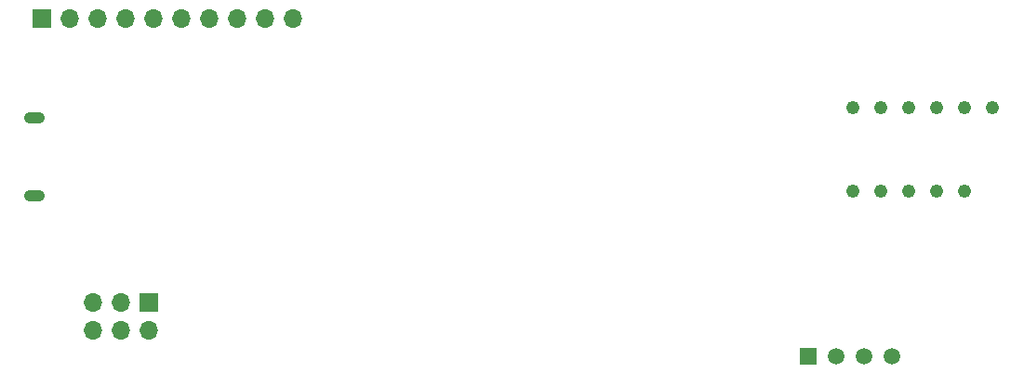
<source format=gbs>
G04 #@! TF.GenerationSoftware,KiCad,Pcbnew,8.0.4*
G04 #@! TF.CreationDate,2024-10-24T23:45:57-04:00*
G04 #@! TF.ProjectId,starter_board,73746172-7465-4725-9f62-6f6172642e6b,rev?*
G04 #@! TF.SameCoordinates,Original*
G04 #@! TF.FileFunction,Soldermask,Bot*
G04 #@! TF.FilePolarity,Negative*
%FSLAX46Y46*%
G04 Gerber Fmt 4.6, Leading zero omitted, Abs format (unit mm)*
G04 Created by KiCad (PCBNEW 8.0.4) date 2024-10-24 23:45:57*
%MOMM*%
%LPD*%
G01*
G04 APERTURE LIST*
%ADD10C,1.219200*%
%ADD11R,1.700000X1.700000*%
%ADD12O,1.700000X1.700000*%
%ADD13C,1.500000*%
%ADD14R,1.500000X1.500000*%
%ADD15O,1.900000X1.050000*%
G04 APERTURE END LIST*
D10*
X123966000Y-136172000D03*
X126506000Y-136172000D03*
X129046000Y-136172000D03*
X131586000Y-136172000D03*
X134126000Y-136172000D03*
X136666000Y-136172000D03*
X134126000Y-143792000D03*
X131586000Y-143792000D03*
X129046000Y-143792000D03*
X126506000Y-143792000D03*
X123966000Y-143792000D03*
D11*
X59817000Y-153924000D03*
D12*
X59817000Y-156464000D03*
X57277000Y-153924000D03*
X57277000Y-156464000D03*
X54737000Y-153924000D03*
X54737000Y-156464000D03*
D11*
X50130000Y-128000000D03*
D12*
X52670000Y-128000000D03*
X55210000Y-128000000D03*
X57750000Y-128000000D03*
X60290000Y-128000000D03*
X62830000Y-128000000D03*
X65370000Y-128000000D03*
X67910000Y-128000000D03*
X70450000Y-128000000D03*
X72990000Y-128000000D03*
D13*
X127506000Y-158792000D03*
X124966000Y-158792000D03*
X122426000Y-158792000D03*
D14*
X119886000Y-158792000D03*
D15*
X49459000Y-137032000D03*
X49459000Y-144182000D03*
M02*

</source>
